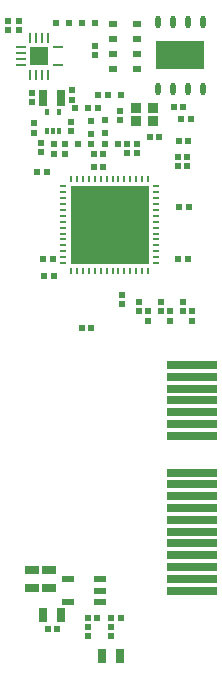
<source format=gtp>
G04 (created by PCBNEW (2013-mar-13)-testing) date Fri 20 Dec 2013 02:45:34 PM CET*
%MOIN*%
G04 Gerber Fmt 3.4, Leading zero omitted, Abs format*
%FSLAX34Y34*%
G01*
G70*
G90*
G04 APERTURE LIST*
%ADD10C,0.003937*%
%ADD11R,0.021300X0.021700*%
%ADD12R,0.025000X0.045000*%
%ADD13R,0.021700X0.021300*%
%ADD14R,0.045000X0.025000*%
%ADD15R,0.019700X0.023600*%
%ADD16R,0.023600X0.019700*%
%ADD17R,0.031500X0.019700*%
%ADD18R,0.011800X0.019700*%
%ADD19R,0.037402X0.033465*%
%ADD20R,0.027559X0.055118*%
%ADD21R,0.259843X0.259843*%
%ADD22O,0.009449X0.023622*%
%ADD23O,0.023622X0.009449*%
%ADD24R,0.039370X0.021654*%
%ADD25R,0.165354X0.027559*%
%ADD26O,0.017717X0.043307*%
%ADD27R,0.161417X0.094488*%
%ADD28R,0.059055X0.059055*%
%ADD29R,0.009449X0.035433*%
%ADD30R,0.035433X0.009449*%
G04 APERTURE END LIST*
G54D10*
G54D11*
X25521Y-18843D03*
X25521Y-18528D03*
X27633Y-21160D03*
X27633Y-20845D03*
X26314Y-21237D03*
X26314Y-20922D03*
X28161Y-38725D03*
X28161Y-39040D03*
X28947Y-38728D03*
X28947Y-39043D03*
G54D12*
X28640Y-39700D03*
X29240Y-39700D03*
G54D11*
X29225Y-21836D03*
X29225Y-21521D03*
G54D13*
X31486Y-23064D03*
X31171Y-23064D03*
X30238Y-22397D03*
X30553Y-22397D03*
G54D12*
X26687Y-38331D03*
X27287Y-38331D03*
G54D14*
X26887Y-37421D03*
X26887Y-36821D03*
G54D11*
X29319Y-27652D03*
X29319Y-27967D03*
G54D13*
X31185Y-26478D03*
X31500Y-26478D03*
G54D15*
X28666Y-23398D03*
X28666Y-22965D03*
G54D16*
X29163Y-22621D03*
X28730Y-22621D03*
X27739Y-21431D03*
X28172Y-21431D03*
X29283Y-21011D03*
X28850Y-21011D03*
G54D15*
X28356Y-22964D03*
X28356Y-23397D03*
G54D13*
X31212Y-24746D03*
X31527Y-24746D03*
G54D15*
X28286Y-21849D03*
X28286Y-22282D03*
G54D11*
X29807Y-22945D03*
X29807Y-22630D03*
G54D13*
X26792Y-23560D03*
X26477Y-23560D03*
G54D11*
X29466Y-22945D03*
X29466Y-22630D03*
X27401Y-22952D03*
X27401Y-22637D03*
X27047Y-22952D03*
X27047Y-22637D03*
G54D14*
X26295Y-37422D03*
X26295Y-36822D03*
G54D15*
X28725Y-22278D03*
X28725Y-21845D03*
X28506Y-21437D03*
X28506Y-21004D03*
G54D16*
X27850Y-22621D03*
X28283Y-22621D03*
G54D13*
X28480Y-38427D03*
X28165Y-38427D03*
X29266Y-38427D03*
X28951Y-38427D03*
G54D11*
X25865Y-18843D03*
X25865Y-18528D03*
G54D13*
X31171Y-23373D03*
X31486Y-23373D03*
G54D11*
X26615Y-22903D03*
X26615Y-22588D03*
G54D16*
X27542Y-18611D03*
X27109Y-18611D03*
X27959Y-18611D03*
X28392Y-18611D03*
G54D13*
X27138Y-38783D03*
X26823Y-38783D03*
G54D11*
X26380Y-21937D03*
X26380Y-22252D03*
X31645Y-28207D03*
X31645Y-28522D03*
X30910Y-28207D03*
X30910Y-28522D03*
X30180Y-28207D03*
X30180Y-28522D03*
G54D13*
X31594Y-21783D03*
X31279Y-21783D03*
X31342Y-21414D03*
X31027Y-21414D03*
G54D17*
X29794Y-18645D03*
X29794Y-19137D03*
X29794Y-20121D03*
X29794Y-19629D03*
X29006Y-19629D03*
X29006Y-20121D03*
X29006Y-19137D03*
X29006Y-18645D03*
G54D18*
X26815Y-21580D03*
X27209Y-21580D03*
X27209Y-22210D03*
X27012Y-22210D03*
X26815Y-22210D03*
G54D19*
X29756Y-21875D03*
X30327Y-21875D03*
X30327Y-21422D03*
X29756Y-21422D03*
G54D20*
X27269Y-21090D03*
X26678Y-21090D03*
G54D21*
X28890Y-25321D03*
G54D22*
X28791Y-26856D03*
X28595Y-26856D03*
X28398Y-26856D03*
X28201Y-26856D03*
X28004Y-26856D03*
X27807Y-26856D03*
X27610Y-26856D03*
X28988Y-26856D03*
X29185Y-26856D03*
X29382Y-26856D03*
X29579Y-26856D03*
X29776Y-26856D03*
X29972Y-26856D03*
X30169Y-26856D03*
X30169Y-23785D03*
X29972Y-23785D03*
X29776Y-23785D03*
X29579Y-23785D03*
X29382Y-23785D03*
X29185Y-23785D03*
X28988Y-23785D03*
X28791Y-23785D03*
X28595Y-23785D03*
X28398Y-23785D03*
X28201Y-23785D03*
X28004Y-23785D03*
X27807Y-23785D03*
X27610Y-23785D03*
G54D23*
X30425Y-26600D03*
X30425Y-26403D03*
X30425Y-26206D03*
X30425Y-26009D03*
X30425Y-25813D03*
X30425Y-25616D03*
X30425Y-25419D03*
X30425Y-25222D03*
X30425Y-25025D03*
X30425Y-24828D03*
X30425Y-24632D03*
X30425Y-24435D03*
X30425Y-24238D03*
X30425Y-24041D03*
X27354Y-24041D03*
X27354Y-24238D03*
X27354Y-24435D03*
X27354Y-24632D03*
X27354Y-24828D03*
X27354Y-25025D03*
X27354Y-25222D03*
X27354Y-25419D03*
X27354Y-25616D03*
X27354Y-25813D03*
X27354Y-26009D03*
X27354Y-26206D03*
X27354Y-26403D03*
X27354Y-26600D03*
G54D24*
X28571Y-37894D03*
X28571Y-37145D03*
X27508Y-37894D03*
X28571Y-37520D03*
X27508Y-37145D03*
G54D11*
X28404Y-19348D03*
X28404Y-19663D03*
G54D13*
X31198Y-22536D03*
X31513Y-22536D03*
X26998Y-26448D03*
X26683Y-26448D03*
X27023Y-27024D03*
X26708Y-27024D03*
G54D25*
X31640Y-30000D03*
X31640Y-30394D03*
X31640Y-30787D03*
X31640Y-31181D03*
X31640Y-31575D03*
X31640Y-31969D03*
X31640Y-32362D03*
X31640Y-37520D03*
X31640Y-37126D03*
X31640Y-36732D03*
X31640Y-36339D03*
X31640Y-35945D03*
X31640Y-35551D03*
X31640Y-35158D03*
X31640Y-34764D03*
X31640Y-34370D03*
X31640Y-33976D03*
X31640Y-33583D03*
X31640Y-33583D03*
X31640Y-33976D03*
X31640Y-34370D03*
X31640Y-34764D03*
X31640Y-35158D03*
X31640Y-35551D03*
X31640Y-35945D03*
X31640Y-36339D03*
X31640Y-36732D03*
X31640Y-37126D03*
X31640Y-37520D03*
X31640Y-32362D03*
X31640Y-31969D03*
X31640Y-31575D03*
X31640Y-31181D03*
X31640Y-30787D03*
X31640Y-30394D03*
X31640Y-30000D03*
G54D26*
X30500Y-18577D03*
X31000Y-18577D03*
X31500Y-18577D03*
X32000Y-18577D03*
G54D27*
X31250Y-19680D03*
G54D26*
X32000Y-20782D03*
X31500Y-20782D03*
X31000Y-20782D03*
X30500Y-20782D03*
G54D28*
X26550Y-19705D03*
G54D29*
X26254Y-20315D03*
X26451Y-20315D03*
X26648Y-20315D03*
X26845Y-20315D03*
X26845Y-19094D03*
X26648Y-19094D03*
X26451Y-19094D03*
X26254Y-19094D03*
G54D30*
X27160Y-20000D03*
X27160Y-19409D03*
X25939Y-19409D03*
X25939Y-19606D03*
X25939Y-19803D03*
X25939Y-20000D03*
G54D11*
X27600Y-22197D03*
X27600Y-21882D03*
G54D13*
X27972Y-28773D03*
X28287Y-28773D03*
G54D11*
X29860Y-27892D03*
X29860Y-28207D03*
X30590Y-27892D03*
X30590Y-28207D03*
X31325Y-27892D03*
X31325Y-28207D03*
M02*

</source>
